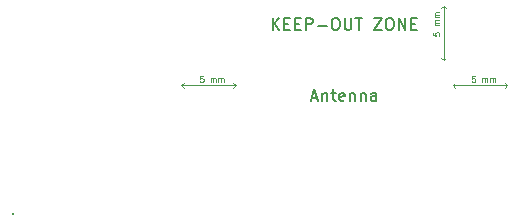
<source format=gbr>
%TF.GenerationSoftware,KiCad,Pcbnew,(5.1.9)-1*%
%TF.CreationDate,2021-03-31T16:36:21-07:00*%
%TF.ProjectId,esp32_sensor,65737033-325f-4736-956e-736f722e6b69,v0.0.3c*%
%TF.SameCoordinates,Original*%
%TF.FileFunction,Other,Comment*%
%FSLAX46Y46*%
G04 Gerber Fmt 4.6, Leading zero omitted, Abs format (unit mm)*
G04 Created by KiCad (PCBNEW (5.1.9)-1) date 2021-03-31 16:36:21*
%MOMM*%
%LPD*%
G01*
G04 APERTURE LIST*
%ADD10C,0.100000*%
%ADD11C,0.150000*%
%ADD12C,0.002000*%
G04 APERTURE END LIST*
D10*
%TO.C,U_ESP_1*%
X132987000Y-63855000D02*
X132787000Y-64055000D01*
X132987000Y-68455000D02*
X132987000Y-63855000D01*
X132987000Y-63855000D02*
X133187000Y-64055000D01*
X132987000Y-68455000D02*
X133187000Y-68255000D01*
X132987000Y-68455000D02*
X132787000Y-68255000D01*
X115387000Y-70580000D02*
X115187000Y-70380000D01*
X110787000Y-70580000D02*
X115387000Y-70580000D01*
X115387000Y-70580000D02*
X115187000Y-70780000D01*
X110787000Y-70580000D02*
X110987000Y-70780000D01*
X110787000Y-70580000D02*
X110987000Y-70380000D01*
X133787000Y-70580000D02*
X133987000Y-70780000D01*
X133787000Y-70580000D02*
X133987000Y-70380000D01*
X138387000Y-70580000D02*
X138187000Y-70780000D01*
X138387000Y-70580000D02*
X138187000Y-70380000D01*
X133787000Y-70580000D02*
X138387000Y-70580000D01*
%TD*%
%TO.C,U_ESP_1*%
D11*
X118515571Y-65907380D02*
X118515571Y-64907380D01*
X119087000Y-65907380D02*
X118658428Y-65335952D01*
X119087000Y-64907380D02*
X118515571Y-65478809D01*
X119515571Y-65383571D02*
X119848904Y-65383571D01*
X119991761Y-65907380D02*
X119515571Y-65907380D01*
X119515571Y-64907380D01*
X119991761Y-64907380D01*
X120420333Y-65383571D02*
X120753666Y-65383571D01*
X120896523Y-65907380D02*
X120420333Y-65907380D01*
X120420333Y-64907380D01*
X120896523Y-64907380D01*
X121325095Y-65907380D02*
X121325095Y-64907380D01*
X121706047Y-64907380D01*
X121801285Y-64955000D01*
X121848904Y-65002619D01*
X121896523Y-65097857D01*
X121896523Y-65240714D01*
X121848904Y-65335952D01*
X121801285Y-65383571D01*
X121706047Y-65431190D01*
X121325095Y-65431190D01*
X122325095Y-65526428D02*
X123087000Y-65526428D01*
X123753666Y-64907380D02*
X123944142Y-64907380D01*
X124039380Y-64955000D01*
X124134619Y-65050238D01*
X124182238Y-65240714D01*
X124182238Y-65574047D01*
X124134619Y-65764523D01*
X124039380Y-65859761D01*
X123944142Y-65907380D01*
X123753666Y-65907380D01*
X123658428Y-65859761D01*
X123563190Y-65764523D01*
X123515571Y-65574047D01*
X123515571Y-65240714D01*
X123563190Y-65050238D01*
X123658428Y-64955000D01*
X123753666Y-64907380D01*
X124610809Y-64907380D02*
X124610809Y-65716904D01*
X124658428Y-65812142D01*
X124706047Y-65859761D01*
X124801285Y-65907380D01*
X124991761Y-65907380D01*
X125087000Y-65859761D01*
X125134619Y-65812142D01*
X125182238Y-65716904D01*
X125182238Y-64907380D01*
X125515571Y-64907380D02*
X126087000Y-64907380D01*
X125801285Y-65907380D02*
X125801285Y-64907380D01*
X127087000Y-64907380D02*
X127753666Y-64907380D01*
X127087000Y-65907380D01*
X127753666Y-65907380D01*
X128325095Y-64907380D02*
X128515571Y-64907380D01*
X128610809Y-64955000D01*
X128706047Y-65050238D01*
X128753666Y-65240714D01*
X128753666Y-65574047D01*
X128706047Y-65764523D01*
X128610809Y-65859761D01*
X128515571Y-65907380D01*
X128325095Y-65907380D01*
X128229857Y-65859761D01*
X128134619Y-65764523D01*
X128087000Y-65574047D01*
X128087000Y-65240714D01*
X128134619Y-65050238D01*
X128229857Y-64955000D01*
X128325095Y-64907380D01*
X129182238Y-65907380D02*
X129182238Y-64907380D01*
X129753666Y-65907380D01*
X129753666Y-64907380D01*
X130229857Y-65383571D02*
X130563190Y-65383571D01*
X130706047Y-65907380D02*
X130229857Y-65907380D01*
X130229857Y-64907380D01*
X130706047Y-64907380D01*
X121825095Y-71621666D02*
X122301285Y-71621666D01*
X121729857Y-71907380D02*
X122063190Y-70907380D01*
X122396523Y-71907380D01*
X122729857Y-71240714D02*
X122729857Y-71907380D01*
X122729857Y-71335952D02*
X122777476Y-71288333D01*
X122872714Y-71240714D01*
X123015571Y-71240714D01*
X123110809Y-71288333D01*
X123158428Y-71383571D01*
X123158428Y-71907380D01*
X123491761Y-71240714D02*
X123872714Y-71240714D01*
X123634619Y-70907380D02*
X123634619Y-71764523D01*
X123682238Y-71859761D01*
X123777476Y-71907380D01*
X123872714Y-71907380D01*
X124587000Y-71859761D02*
X124491761Y-71907380D01*
X124301285Y-71907380D01*
X124206047Y-71859761D01*
X124158428Y-71764523D01*
X124158428Y-71383571D01*
X124206047Y-71288333D01*
X124301285Y-71240714D01*
X124491761Y-71240714D01*
X124587000Y-71288333D01*
X124634619Y-71383571D01*
X124634619Y-71478809D01*
X124158428Y-71574047D01*
X125063190Y-71240714D02*
X125063190Y-71907380D01*
X125063190Y-71335952D02*
X125110809Y-71288333D01*
X125206047Y-71240714D01*
X125348904Y-71240714D01*
X125444142Y-71288333D01*
X125491761Y-71383571D01*
X125491761Y-71907380D01*
X125967952Y-71240714D02*
X125967952Y-71907380D01*
X125967952Y-71335952D02*
X126015571Y-71288333D01*
X126110809Y-71240714D01*
X126253666Y-71240714D01*
X126348904Y-71288333D01*
X126396523Y-71383571D01*
X126396523Y-71907380D01*
X127301285Y-71907380D02*
X127301285Y-71383571D01*
X127253666Y-71288333D01*
X127158428Y-71240714D01*
X126967952Y-71240714D01*
X126872714Y-71288333D01*
X127301285Y-71859761D02*
X127206047Y-71907380D01*
X126967952Y-71907380D01*
X126872714Y-71859761D01*
X126825095Y-71764523D01*
X126825095Y-71669285D01*
X126872714Y-71574047D01*
X126967952Y-71526428D01*
X127206047Y-71526428D01*
X127301285Y-71478809D01*
D10*
X135648904Y-69806190D02*
X135410809Y-69806190D01*
X135387000Y-70044285D01*
X135410809Y-70020476D01*
X135458428Y-69996666D01*
X135577476Y-69996666D01*
X135625095Y-70020476D01*
X135648904Y-70044285D01*
X135672714Y-70091904D01*
X135672714Y-70210952D01*
X135648904Y-70258571D01*
X135625095Y-70282380D01*
X135577476Y-70306190D01*
X135458428Y-70306190D01*
X135410809Y-70282380D01*
X135387000Y-70258571D01*
X136267952Y-70306190D02*
X136267952Y-69972857D01*
X136267952Y-70020476D02*
X136291761Y-69996666D01*
X136339380Y-69972857D01*
X136410809Y-69972857D01*
X136458428Y-69996666D01*
X136482238Y-70044285D01*
X136482238Y-70306190D01*
X136482238Y-70044285D02*
X136506047Y-69996666D01*
X136553666Y-69972857D01*
X136625095Y-69972857D01*
X136672714Y-69996666D01*
X136696523Y-70044285D01*
X136696523Y-70306190D01*
X136934619Y-70306190D02*
X136934619Y-69972857D01*
X136934619Y-70020476D02*
X136958428Y-69996666D01*
X137006047Y-69972857D01*
X137077476Y-69972857D01*
X137125095Y-69996666D01*
X137148904Y-70044285D01*
X137148904Y-70306190D01*
X137148904Y-70044285D02*
X137172714Y-69996666D01*
X137220333Y-69972857D01*
X137291761Y-69972857D01*
X137339380Y-69996666D01*
X137363190Y-70044285D01*
X137363190Y-70306190D01*
X112648904Y-69806190D02*
X112410809Y-69806190D01*
X112387000Y-70044285D01*
X112410809Y-70020476D01*
X112458428Y-69996666D01*
X112577476Y-69996666D01*
X112625095Y-70020476D01*
X112648904Y-70044285D01*
X112672714Y-70091904D01*
X112672714Y-70210952D01*
X112648904Y-70258571D01*
X112625095Y-70282380D01*
X112577476Y-70306190D01*
X112458428Y-70306190D01*
X112410809Y-70282380D01*
X112387000Y-70258571D01*
X113267952Y-70306190D02*
X113267952Y-69972857D01*
X113267952Y-70020476D02*
X113291761Y-69996666D01*
X113339380Y-69972857D01*
X113410809Y-69972857D01*
X113458428Y-69996666D01*
X113482238Y-70044285D01*
X113482238Y-70306190D01*
X113482238Y-70044285D02*
X113506047Y-69996666D01*
X113553666Y-69972857D01*
X113625095Y-69972857D01*
X113672714Y-69996666D01*
X113696523Y-70044285D01*
X113696523Y-70306190D01*
X113934619Y-70306190D02*
X113934619Y-69972857D01*
X113934619Y-70020476D02*
X113958428Y-69996666D01*
X114006047Y-69972857D01*
X114077476Y-69972857D01*
X114125095Y-69996666D01*
X114148904Y-70044285D01*
X114148904Y-70306190D01*
X114148904Y-70044285D02*
X114172714Y-69996666D01*
X114220333Y-69972857D01*
X114291761Y-69972857D01*
X114339380Y-69996666D01*
X114363190Y-70044285D01*
X114363190Y-70306190D01*
X132113190Y-66118095D02*
X132113190Y-66356190D01*
X132351285Y-66380000D01*
X132327476Y-66356190D01*
X132303666Y-66308571D01*
X132303666Y-66189523D01*
X132327476Y-66141904D01*
X132351285Y-66118095D01*
X132398904Y-66094285D01*
X132517952Y-66094285D01*
X132565571Y-66118095D01*
X132589380Y-66141904D01*
X132613190Y-66189523D01*
X132613190Y-66308571D01*
X132589380Y-66356190D01*
X132565571Y-66380000D01*
X132613190Y-65499047D02*
X132279857Y-65499047D01*
X132327476Y-65499047D02*
X132303666Y-65475238D01*
X132279857Y-65427619D01*
X132279857Y-65356190D01*
X132303666Y-65308571D01*
X132351285Y-65284761D01*
X132613190Y-65284761D01*
X132351285Y-65284761D02*
X132303666Y-65260952D01*
X132279857Y-65213333D01*
X132279857Y-65141904D01*
X132303666Y-65094285D01*
X132351285Y-65070476D01*
X132613190Y-65070476D01*
X132613190Y-64832380D02*
X132279857Y-64832380D01*
X132327476Y-64832380D02*
X132303666Y-64808571D01*
X132279857Y-64760952D01*
X132279857Y-64689523D01*
X132303666Y-64641904D01*
X132351285Y-64618095D01*
X132613190Y-64618095D01*
X132351285Y-64618095D02*
X132303666Y-64594285D01*
X132279857Y-64546666D01*
X132279857Y-64475238D01*
X132303666Y-64427619D01*
X132351285Y-64403809D01*
X132613190Y-64403809D01*
%TO.C,SW_ESP_1*%
D12*
X96547214Y-81464452D02*
X96547214Y-81397928D01*
X96541166Y-81385833D01*
X96529071Y-81379785D01*
X96504880Y-81379785D01*
X96492785Y-81385833D01*
X96547214Y-81458404D02*
X96535119Y-81464452D01*
X96504880Y-81464452D01*
X96492785Y-81458404D01*
X96486738Y-81446309D01*
X96486738Y-81434214D01*
X96492785Y-81422119D01*
X96504880Y-81416071D01*
X96535119Y-81416071D01*
X96547214Y-81410023D01*
%TD*%
M02*

</source>
